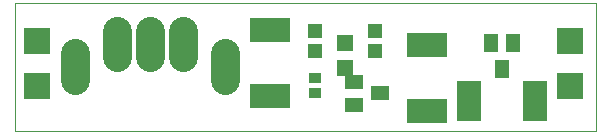
<source format=gts>
G75*
%MOIN*%
%OFA0B0*%
%FSLAX25Y25*%
%IPPOS*%
%LPD*%
%AMOC8*
5,1,8,0,0,1.08239X$1,22.5*
%
%ADD10C,0.00000*%
%ADD11R,0.04343X0.03556*%
%ADD12R,0.05131X0.04737*%
%ADD13R,0.13398X0.07887*%
%ADD14R,0.07887X0.13398*%
%ADD15R,0.08674X0.08674*%
%ADD16R,0.04737X0.06312*%
%ADD17R,0.06312X0.04737*%
%ADD18R,0.05524X0.05524*%
%ADD19C,0.09658*%
D10*
X0001937Y0003333D02*
X0001937Y0045794D01*
X0195638Y0045794D01*
X0195638Y0003333D01*
X0001937Y0003333D01*
D11*
X0101937Y0015774D03*
X0101937Y0020892D03*
D12*
X0101937Y0029987D03*
X0121937Y0029987D03*
X0121937Y0036680D03*
X0101937Y0036680D03*
D13*
X0086937Y0036857D03*
X0139437Y0031857D03*
X0086937Y0014810D03*
X0139437Y0009810D03*
D14*
X0153413Y0013333D03*
X0175461Y0013333D03*
D15*
X0186937Y0018333D03*
X0186937Y0033333D03*
X0009437Y0033333D03*
X0009437Y0018333D03*
D16*
X0160697Y0032664D03*
X0168177Y0032664D03*
X0164437Y0024003D03*
D17*
X0123768Y0015833D03*
X0115106Y0012093D03*
X0115106Y0019573D03*
D18*
X0111937Y0024199D03*
X0111937Y0032467D03*
D19*
X0071937Y0029262D02*
X0071937Y0020404D01*
X0057937Y0027904D02*
X0057937Y0036762D01*
X0046937Y0036762D02*
X0046937Y0027904D01*
X0035937Y0027904D02*
X0035937Y0036762D01*
X0021937Y0029262D02*
X0021937Y0020404D01*
M02*

</source>
